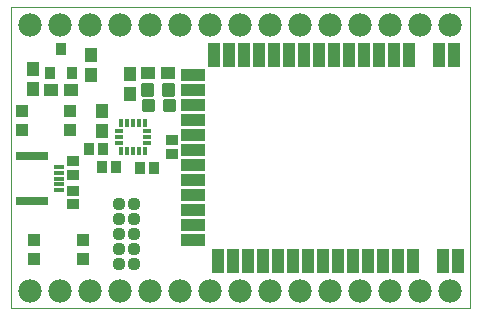
<source format=gts>
G75*
%MOIN*%
%OFA0B0*%
%FSLAX25Y25*%
%IPPOS*%
%LPD*%
%AMOC8*
5,1,8,0,0,1.08239X$1,22.5*
%
%ADD10C,0.00000*%
%ADD11R,0.04337X0.08274*%
%ADD12R,0.08274X0.04337*%
%ADD13C,0.04400*%
%ADD14R,0.03550X0.03943*%
%ADD15R,0.04731X0.04337*%
%ADD16C,0.01301*%
%ADD17R,0.04337X0.04731*%
%ADD18C,0.07800*%
%ADD19R,0.03943X0.04337*%
%ADD20R,0.03550X0.01581*%
%ADD21R,0.10636X0.02762*%
%ADD22R,0.03943X0.03746*%
%ADD23R,0.01581X0.02762*%
%ADD24R,0.02762X0.01581*%
%ADD25R,0.03746X0.03943*%
D10*
X0060646Y0048835D02*
X0060646Y0149228D01*
X0213402Y0149228D01*
X0213402Y0048835D01*
X0060646Y0048835D01*
D11*
X0129406Y0064583D03*
X0134406Y0064583D03*
X0139406Y0064583D03*
X0144406Y0064583D03*
X0149406Y0064583D03*
X0154406Y0064583D03*
X0159406Y0064583D03*
X0164406Y0064583D03*
X0169406Y0064583D03*
X0174406Y0064583D03*
X0179406Y0064583D03*
X0184406Y0064583D03*
X0189406Y0064583D03*
X0194406Y0064583D03*
X0204406Y0064583D03*
X0209406Y0064583D03*
X0208146Y0133480D03*
X0203146Y0133480D03*
X0193146Y0133480D03*
X0188146Y0133480D03*
X0183146Y0133480D03*
X0178146Y0133480D03*
X0173146Y0133480D03*
X0168146Y0133480D03*
X0163146Y0133480D03*
X0158146Y0133480D03*
X0153146Y0133480D03*
X0148146Y0133480D03*
X0143146Y0133480D03*
X0138146Y0133480D03*
X0133146Y0133480D03*
X0128146Y0133480D03*
D12*
X0121276Y0126531D03*
X0121276Y0121531D03*
X0121276Y0116531D03*
X0121276Y0111531D03*
X0121276Y0106531D03*
X0121276Y0101531D03*
X0121276Y0096531D03*
X0121276Y0091531D03*
X0121276Y0086531D03*
X0121276Y0081531D03*
X0121276Y0076531D03*
X0121276Y0071531D03*
D13*
X0101335Y0073638D03*
X0096335Y0073638D03*
X0096335Y0068638D03*
X0101335Y0068638D03*
X0101335Y0063638D03*
X0096335Y0063638D03*
X0096335Y0078638D03*
X0101335Y0078638D03*
X0101335Y0083638D03*
X0096335Y0083638D03*
D14*
X0080921Y0127181D03*
X0073441Y0127181D03*
X0077181Y0135449D03*
D15*
X0073835Y0121669D03*
X0080528Y0121669D03*
X0106118Y0127181D03*
X0112811Y0127181D03*
D16*
X0111495Y0123187D02*
X0111495Y0120151D01*
X0111495Y0123187D02*
X0114531Y0123187D01*
X0114531Y0120151D01*
X0111495Y0120151D01*
X0111495Y0121451D02*
X0114531Y0121451D01*
X0114531Y0122751D02*
X0111495Y0122751D01*
X0104589Y0123187D02*
X0104589Y0120151D01*
X0104589Y0123187D02*
X0107625Y0123187D01*
X0107625Y0120151D01*
X0104589Y0120151D01*
X0104589Y0121451D02*
X0107625Y0121451D01*
X0107625Y0122751D02*
X0104589Y0122751D01*
X0104820Y0117906D02*
X0104820Y0114870D01*
X0104820Y0117906D02*
X0107856Y0117906D01*
X0107856Y0114870D01*
X0104820Y0114870D01*
X0104820Y0116170D02*
X0107856Y0116170D01*
X0107856Y0117470D02*
X0104820Y0117470D01*
X0111725Y0117906D02*
X0111725Y0114870D01*
X0111725Y0117906D02*
X0114761Y0117906D01*
X0114761Y0114870D01*
X0111725Y0114870D01*
X0111725Y0116170D02*
X0114761Y0116170D01*
X0114761Y0117470D02*
X0111725Y0117470D01*
D17*
X0100016Y0120291D03*
X0100016Y0126984D03*
X0087024Y0126591D03*
X0087024Y0133283D03*
X0067732Y0128559D03*
X0067732Y0121866D03*
X0090961Y0114780D03*
X0090961Y0108087D03*
D18*
X0086945Y0143323D03*
X0096945Y0143323D03*
X0106945Y0143323D03*
X0116945Y0143323D03*
X0126945Y0143323D03*
X0136945Y0143323D03*
X0146945Y0143323D03*
X0156945Y0143323D03*
X0166945Y0143323D03*
X0176945Y0143323D03*
X0186945Y0143323D03*
X0196945Y0143323D03*
X0206945Y0143323D03*
X0206945Y0054740D03*
X0196945Y0054740D03*
X0186945Y0054740D03*
X0176945Y0054740D03*
X0166945Y0054740D03*
X0156945Y0054740D03*
X0146945Y0054740D03*
X0136945Y0054740D03*
X0126945Y0054740D03*
X0116945Y0054740D03*
X0106945Y0054740D03*
X0096945Y0054740D03*
X0086945Y0054740D03*
X0076945Y0054740D03*
X0066945Y0054740D03*
X0066945Y0143323D03*
X0076945Y0143323D03*
D19*
X0080134Y0114583D03*
X0080134Y0108283D03*
X0063992Y0108283D03*
X0063992Y0114583D03*
X0068323Y0071669D03*
X0068323Y0065370D03*
X0084465Y0065370D03*
X0084465Y0071669D03*
D20*
X0076394Y0088205D03*
X0076394Y0090173D03*
X0076394Y0092142D03*
X0076394Y0094110D03*
X0076394Y0096079D03*
D21*
X0067339Y0099622D03*
X0067339Y0084661D03*
D22*
X0081118Y0083559D03*
X0081118Y0088126D03*
X0081118Y0093402D03*
X0081118Y0097969D03*
X0114189Y0100488D03*
X0114189Y0105055D03*
D23*
X0105134Y0101197D03*
X0103165Y0101197D03*
X0101197Y0101197D03*
X0099228Y0101197D03*
X0097260Y0101197D03*
X0097260Y0110646D03*
X0099228Y0110646D03*
X0101197Y0110646D03*
X0103165Y0110646D03*
X0105134Y0110646D03*
D24*
X0105921Y0107890D03*
X0105921Y0105921D03*
X0105921Y0103953D03*
X0096472Y0103953D03*
X0096472Y0105921D03*
X0096472Y0107890D03*
D25*
X0091079Y0101984D03*
X0086512Y0101984D03*
X0090843Y0096079D03*
X0095409Y0096079D03*
X0103638Y0095685D03*
X0108205Y0095685D03*
M02*

</source>
